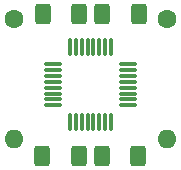
<source format=gbr>
%TF.GenerationSoftware,KiCad,Pcbnew,6.0.2+dfsg-1*%
%TF.CreationDate,2023-04-22T23:05:18-04:00*%
%TF.ProjectId,solder_mask,736f6c64-6572-45f6-9d61-736b2e6b6963,rev?*%
%TF.SameCoordinates,Original*%
%TF.FileFunction,Soldermask,Top*%
%TF.FilePolarity,Negative*%
%FSLAX46Y46*%
G04 Gerber Fmt 4.6, Leading zero omitted, Abs format (unit mm)*
G04 Created by KiCad (PCBNEW 6.0.2+dfsg-1) date 2023-04-22 23:05:18*
%MOMM*%
%LPD*%
G01*
G04 APERTURE LIST*
G04 Aperture macros list*
%AMRoundRect*
0 Rectangle with rounded corners*
0 $1 Rounding radius*
0 $2 $3 $4 $5 $6 $7 $8 $9 X,Y pos of 4 corners*
0 Add a 4 corners polygon primitive as box body*
4,1,4,$2,$3,$4,$5,$6,$7,$8,$9,$2,$3,0*
0 Add four circle primitives for the rounded corners*
1,1,$1+$1,$2,$3*
1,1,$1+$1,$4,$5*
1,1,$1+$1,$6,$7*
1,1,$1+$1,$8,$9*
0 Add four rect primitives between the rounded corners*
20,1,$1+$1,$2,$3,$4,$5,0*
20,1,$1+$1,$4,$5,$6,$7,0*
20,1,$1+$1,$6,$7,$8,$9,0*
20,1,$1+$1,$8,$9,$2,$3,0*%
G04 Aperture macros list end*
%ADD10RoundRect,0.250000X0.400000X0.625000X-0.400000X0.625000X-0.400000X-0.625000X0.400000X-0.625000X0*%
%ADD11RoundRect,0.075000X-0.075000X-0.675000X0.075000X-0.675000X0.075000X0.675000X-0.075000X0.675000X0*%
%ADD12RoundRect,0.075000X-0.675000X-0.075000X0.675000X-0.075000X0.675000X0.075000X-0.675000X0.075000X0*%
%ADD13C,1.600000*%
%ADD14O,1.600000X1.600000*%
G04 APERTURE END LIST*
D10*
%TO.C,REF\u002A\u002A*%
X140500000Y-62500000D03*
X137400000Y-62500000D03*
%TD*%
D11*
%TO.C,REF\u002A\u002A*%
X139750000Y-53325000D03*
X140250000Y-53325000D03*
X140750000Y-53325000D03*
X141250000Y-53325000D03*
X141750000Y-53325000D03*
X142250000Y-53325000D03*
X142750000Y-53325000D03*
X143250000Y-53325000D03*
D12*
X144675000Y-54750000D03*
X144675000Y-55250000D03*
X144675000Y-55750000D03*
X144675000Y-56250000D03*
X144675000Y-56750000D03*
X144675000Y-57250000D03*
X144675000Y-57750000D03*
X144675000Y-58250000D03*
D11*
X143250000Y-59675000D03*
X142750000Y-59675000D03*
X142250000Y-59675000D03*
X141750000Y-59675000D03*
X141250000Y-59675000D03*
X140750000Y-59675000D03*
X140250000Y-59675000D03*
X139750000Y-59675000D03*
D12*
X138325000Y-58250000D03*
X138325000Y-57750000D03*
X138325000Y-57250000D03*
X138325000Y-56750000D03*
X138325000Y-56250000D03*
X138325000Y-55750000D03*
X138325000Y-55250000D03*
X138325000Y-54750000D03*
%TD*%
D13*
%TO.C,REF\u002A\u002A*%
X148000000Y-50920000D03*
D14*
X148000000Y-61080000D03*
%TD*%
D10*
%TO.C,REF\u002A\u002A*%
X145600000Y-50500000D03*
X142500000Y-50500000D03*
%TD*%
D13*
%TO.C,REF\u002A\u002A*%
X135000000Y-50920000D03*
D14*
X135000000Y-61080000D03*
%TD*%
D10*
%TO.C,REF\u002A\u002A*%
X140550000Y-50500000D03*
X137450000Y-50500000D03*
%TD*%
%TO.C,REF\u002A\u002A*%
X145550000Y-62500000D03*
X142450000Y-62500000D03*
%TD*%
M02*

</source>
